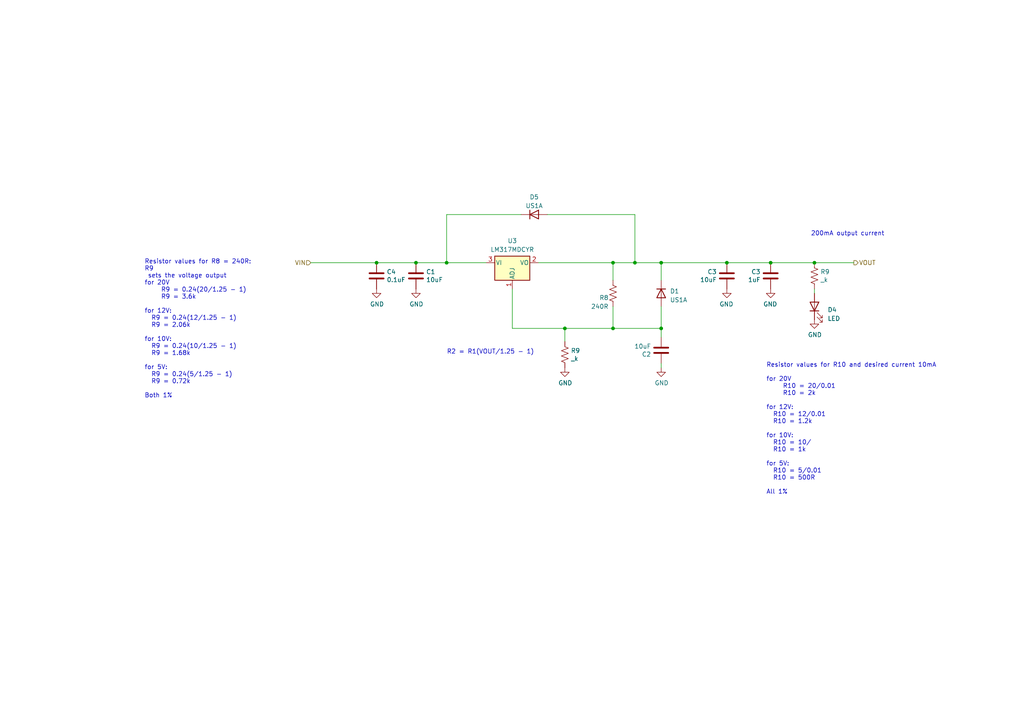
<source format=kicad_sch>
(kicad_sch (version 20230121) (generator eeschema)

  (uuid d8100ad7-b41c-4ad0-b84d-4686363b20a8)

  (paper "A4")

  (lib_symbols
    (symbol "Device:C" (pin_numbers hide) (pin_names (offset 0.254)) (in_bom yes) (on_board yes)
      (property "Reference" "C" (at 0.635 2.54 0)
        (effects (font (size 1.27 1.27)) (justify left))
      )
      (property "Value" "C" (at 0.635 -2.54 0)
        (effects (font (size 1.27 1.27)) (justify left))
      )
      (property "Footprint" "" (at 0.9652 -3.81 0)
        (effects (font (size 1.27 1.27)) hide)
      )
      (property "Datasheet" "~" (at 0 0 0)
        (effects (font (size 1.27 1.27)) hide)
      )
      (property "ki_keywords" "cap capacitor" (at 0 0 0)
        (effects (font (size 1.27 1.27)) hide)
      )
      (property "ki_description" "Unpolarized capacitor" (at 0 0 0)
        (effects (font (size 1.27 1.27)) hide)
      )
      (property "ki_fp_filters" "C_*" (at 0 0 0)
        (effects (font (size 1.27 1.27)) hide)
      )
      (symbol "C_0_1"
        (polyline
          (pts
            (xy -2.032 -0.762)
            (xy 2.032 -0.762)
          )
          (stroke (width 0.508) (type default))
          (fill (type none))
        )
        (polyline
          (pts
            (xy -2.032 0.762)
            (xy 2.032 0.762)
          )
          (stroke (width 0.508) (type default))
          (fill (type none))
        )
      )
      (symbol "C_1_1"
        (pin passive line (at 0 3.81 270) (length 2.794)
          (name "~" (effects (font (size 1.27 1.27))))
          (number "1" (effects (font (size 1.27 1.27))))
        )
        (pin passive line (at 0 -3.81 90) (length 2.794)
          (name "~" (effects (font (size 1.27 1.27))))
          (number "2" (effects (font (size 1.27 1.27))))
        )
      )
    )
    (symbol "Device:LED" (pin_numbers hide) (pin_names (offset 1.016) hide) (in_bom yes) (on_board yes)
      (property "Reference" "D" (at 0 2.54 0)
        (effects (font (size 1.27 1.27)))
      )
      (property "Value" "LED" (at 0 -2.54 0)
        (effects (font (size 1.27 1.27)))
      )
      (property "Footprint" "" (at 0 0 0)
        (effects (font (size 1.27 1.27)) hide)
      )
      (property "Datasheet" "~" (at 0 0 0)
        (effects (font (size 1.27 1.27)) hide)
      )
      (property "ki_keywords" "LED diode" (at 0 0 0)
        (effects (font (size 1.27 1.27)) hide)
      )
      (property "ki_description" "Light emitting diode" (at 0 0 0)
        (effects (font (size 1.27 1.27)) hide)
      )
      (property "ki_fp_filters" "LED* LED_SMD:* LED_THT:*" (at 0 0 0)
        (effects (font (size 1.27 1.27)) hide)
      )
      (symbol "LED_0_1"
        (polyline
          (pts
            (xy -1.27 -1.27)
            (xy -1.27 1.27)
          )
          (stroke (width 0.254) (type default))
          (fill (type none))
        )
        (polyline
          (pts
            (xy -1.27 0)
            (xy 1.27 0)
          )
          (stroke (width 0) (type default))
          (fill (type none))
        )
        (polyline
          (pts
            (xy 1.27 -1.27)
            (xy 1.27 1.27)
            (xy -1.27 0)
            (xy 1.27 -1.27)
          )
          (stroke (width 0.254) (type default))
          (fill (type none))
        )
        (polyline
          (pts
            (xy -3.048 -0.762)
            (xy -4.572 -2.286)
            (xy -3.81 -2.286)
            (xy -4.572 -2.286)
            (xy -4.572 -1.524)
          )
          (stroke (width 0) (type default))
          (fill (type none))
        )
        (polyline
          (pts
            (xy -1.778 -0.762)
            (xy -3.302 -2.286)
            (xy -2.54 -2.286)
            (xy -3.302 -2.286)
            (xy -3.302 -1.524)
          )
          (stroke (width 0) (type default))
          (fill (type none))
        )
      )
      (symbol "LED_1_1"
        (pin passive line (at -3.81 0 0) (length 2.54)
          (name "K" (effects (font (size 1.27 1.27))))
          (number "1" (effects (font (size 1.27 1.27))))
        )
        (pin passive line (at 3.81 0 180) (length 2.54)
          (name "A" (effects (font (size 1.27 1.27))))
          (number "2" (effects (font (size 1.27 1.27))))
        )
      )
    )
    (symbol "Device:R_US" (pin_numbers hide) (pin_names (offset 0)) (in_bom yes) (on_board yes)
      (property "Reference" "R" (at 2.54 0 90)
        (effects (font (size 1.27 1.27)))
      )
      (property "Value" "R_US" (at -2.54 0 90)
        (effects (font (size 1.27 1.27)))
      )
      (property "Footprint" "" (at 1.016 -0.254 90)
        (effects (font (size 1.27 1.27)) hide)
      )
      (property "Datasheet" "~" (at 0 0 0)
        (effects (font (size 1.27 1.27)) hide)
      )
      (property "ki_keywords" "R res resistor" (at 0 0 0)
        (effects (font (size 1.27 1.27)) hide)
      )
      (property "ki_description" "Resistor, US symbol" (at 0 0 0)
        (effects (font (size 1.27 1.27)) hide)
      )
      (property "ki_fp_filters" "R_*" (at 0 0 0)
        (effects (font (size 1.27 1.27)) hide)
      )
      (symbol "R_US_0_1"
        (polyline
          (pts
            (xy 0 -2.286)
            (xy 0 -2.54)
          )
          (stroke (width 0) (type default))
          (fill (type none))
        )
        (polyline
          (pts
            (xy 0 2.286)
            (xy 0 2.54)
          )
          (stroke (width 0) (type default))
          (fill (type none))
        )
        (polyline
          (pts
            (xy 0 -0.762)
            (xy 1.016 -1.143)
            (xy 0 -1.524)
            (xy -1.016 -1.905)
            (xy 0 -2.286)
          )
          (stroke (width 0) (type default))
          (fill (type none))
        )
        (polyline
          (pts
            (xy 0 0.762)
            (xy 1.016 0.381)
            (xy 0 0)
            (xy -1.016 -0.381)
            (xy 0 -0.762)
          )
          (stroke (width 0) (type default))
          (fill (type none))
        )
        (polyline
          (pts
            (xy 0 2.286)
            (xy 1.016 1.905)
            (xy 0 1.524)
            (xy -1.016 1.143)
            (xy 0 0.762)
          )
          (stroke (width 0) (type default))
          (fill (type none))
        )
      )
      (symbol "R_US_1_1"
        (pin passive line (at 0 3.81 270) (length 1.27)
          (name "~" (effects (font (size 1.27 1.27))))
          (number "1" (effects (font (size 1.27 1.27))))
        )
        (pin passive line (at 0 -3.81 90) (length 1.27)
          (name "~" (effects (font (size 1.27 1.27))))
          (number "2" (effects (font (size 1.27 1.27))))
        )
      )
    )
    (symbol "Diode:US1A" (pin_numbers hide) (pin_names hide) (in_bom yes) (on_board yes)
      (property "Reference" "D" (at 0 2.54 0)
        (effects (font (size 1.27 1.27)))
      )
      (property "Value" "US1A" (at 0 -2.54 0)
        (effects (font (size 1.27 1.27)))
      )
      (property "Footprint" "Diode_SMD:D_SMA" (at 0 -4.445 0)
        (effects (font (size 1.27 1.27)) hide)
      )
      (property "Datasheet" "https://www.diodes.com/assets/Datasheets/ds16008.pdf" (at 0 0 0)
        (effects (font (size 1.27 1.27)) hide)
      )
      (property "Sim.Device" "D" (at 0 0 0)
        (effects (font (size 1.27 1.27)) hide)
      )
      (property "Sim.Pins" "1=K 2=A" (at 0 0 0)
        (effects (font (size 1.27 1.27)) hide)
      )
      (property "ki_keywords" "Ultra Fast" (at 0 0 0)
        (effects (font (size 1.27 1.27)) hide)
      )
      (property "ki_description" "50V, 1A, General Purpose Rectifier Diode, SMA(DO-214AC)" (at 0 0 0)
        (effects (font (size 1.27 1.27)) hide)
      )
      (property "ki_fp_filters" "D*SMA*" (at 0 0 0)
        (effects (font (size 1.27 1.27)) hide)
      )
      (symbol "US1A_0_1"
        (polyline
          (pts
            (xy -1.27 1.27)
            (xy -1.27 -1.27)
          )
          (stroke (width 0.254) (type default))
          (fill (type none))
        )
        (polyline
          (pts
            (xy 1.27 0)
            (xy -1.27 0)
          )
          (stroke (width 0) (type default))
          (fill (type none))
        )
        (polyline
          (pts
            (xy 1.27 1.27)
            (xy 1.27 -1.27)
            (xy -1.27 0)
            (xy 1.27 1.27)
          )
          (stroke (width 0.254) (type default))
          (fill (type none))
        )
      )
      (symbol "US1A_1_1"
        (pin passive line (at -3.81 0 0) (length 2.54)
          (name "K" (effects (font (size 1.27 1.27))))
          (number "1" (effects (font (size 1.27 1.27))))
        )
        (pin passive line (at 3.81 0 180) (length 2.54)
          (name "A" (effects (font (size 1.27 1.27))))
          (number "2" (effects (font (size 1.27 1.27))))
        )
      )
    )
    (symbol "Regulator_Linear:LM317_SOT-223" (pin_names (offset 0.254)) (in_bom yes) (on_board yes)
      (property "Reference" "U" (at -3.81 3.175 0)
        (effects (font (size 1.27 1.27)))
      )
      (property "Value" "LM317_SOT-223" (at 0 3.175 0)
        (effects (font (size 1.27 1.27)) (justify left))
      )
      (property "Footprint" "Package_TO_SOT_SMD:SOT-223-3_TabPin2" (at 0 6.35 0)
        (effects (font (size 1.27 1.27) italic) hide)
      )
      (property "Datasheet" "http://www.ti.com/lit/ds/symlink/lm317.pdf" (at 0 0 0)
        (effects (font (size 1.27 1.27)) hide)
      )
      (property "ki_keywords" "Adjustable Voltage Regulator 1A Positive" (at 0 0 0)
        (effects (font (size 1.27 1.27)) hide)
      )
      (property "ki_description" "1.5A 35V Adjustable Linear Regulator, SOT-223" (at 0 0 0)
        (effects (font (size 1.27 1.27)) hide)
      )
      (property "ki_fp_filters" "SOT?223*TabPin2*" (at 0 0 0)
        (effects (font (size 1.27 1.27)) hide)
      )
      (symbol "LM317_SOT-223_0_1"
        (rectangle (start -5.08 1.905) (end 5.08 -5.08)
          (stroke (width 0.254) (type default))
          (fill (type background))
        )
      )
      (symbol "LM317_SOT-223_1_1"
        (pin input line (at 0 -7.62 90) (length 2.54)
          (name "ADJ" (effects (font (size 1.27 1.27))))
          (number "1" (effects (font (size 1.27 1.27))))
        )
        (pin power_out line (at 7.62 0 180) (length 2.54)
          (name "VO" (effects (font (size 1.27 1.27))))
          (number "2" (effects (font (size 1.27 1.27))))
        )
        (pin power_in line (at -7.62 0 0) (length 2.54)
          (name "VI" (effects (font (size 1.27 1.27))))
          (number "3" (effects (font (size 1.27 1.27))))
        )
      )
    )
    (symbol "power:GND" (power) (pin_names (offset 0)) (in_bom yes) (on_board yes)
      (property "Reference" "#PWR" (at 0 -6.35 0)
        (effects (font (size 1.27 1.27)) hide)
      )
      (property "Value" "GND" (at 0 -3.81 0)
        (effects (font (size 1.27 1.27)))
      )
      (property "Footprint" "" (at 0 0 0)
        (effects (font (size 1.27 1.27)) hide)
      )
      (property "Datasheet" "" (at 0 0 0)
        (effects (font (size 1.27 1.27)) hide)
      )
      (property "ki_keywords" "global power" (at 0 0 0)
        (effects (font (size 1.27 1.27)) hide)
      )
      (property "ki_description" "Power symbol creates a global label with name \"GND\" , ground" (at 0 0 0)
        (effects (font (size 1.27 1.27)) hide)
      )
      (symbol "GND_0_1"
        (polyline
          (pts
            (xy 0 0)
            (xy 0 -1.27)
            (xy 1.27 -1.27)
            (xy 0 -2.54)
            (xy -1.27 -1.27)
            (xy 0 -1.27)
          )
          (stroke (width 0) (type default))
          (fill (type none))
        )
      )
      (symbol "GND_1_1"
        (pin power_in line (at 0 0 270) (length 0) hide
          (name "GND" (effects (font (size 1.27 1.27))))
          (number "1" (effects (font (size 1.27 1.27))))
        )
      )
    )
  )

  (junction (at 210.82 76.2) (diameter 0) (color 0 0 0 0)
    (uuid 08c23dac-0073-4a52-9f79-2a309e5c11e5)
  )
  (junction (at 184.15 76.2) (diameter 0) (color 0 0 0 0)
    (uuid 13a13106-0135-46f8-b6b7-c5a93d68d320)
  )
  (junction (at 120.65 76.2) (diameter 0) (color 0 0 0 0)
    (uuid 56e225b6-517b-44a5-9cce-9d7826508190)
  )
  (junction (at 109.22 76.2) (diameter 0) (color 0 0 0 0)
    (uuid 5d81c1d0-b5a1-4bc3-81f2-8d0f08c9ae57)
  )
  (junction (at 191.77 95.25) (diameter 0) (color 0 0 0 0)
    (uuid 92e5bab6-8d4f-4f26-bb6f-10512911d2c9)
  )
  (junction (at 163.83 95.25) (diameter 0) (color 0 0 0 0)
    (uuid 959b86ff-98af-410a-92f6-e0891cf4134f)
  )
  (junction (at 177.8 76.2) (diameter 0) (color 0 0 0 0)
    (uuid d1ec7a0d-b7d5-4dd7-ac24-ae8019fa6ac5)
  )
  (junction (at 191.77 76.2) (diameter 0) (color 0 0 0 0)
    (uuid d81cd501-e898-4629-8568-022c39be8604)
  )
  (junction (at 177.8 95.25) (diameter 0) (color 0 0 0 0)
    (uuid dfbeaa90-526b-47a3-a3cd-3182e5307013)
  )
  (junction (at 129.54 76.2) (diameter 0) (color 0 0 0 0)
    (uuid e21a2bcc-306d-49b8-8161-d946cb19474d)
  )
  (junction (at 223.52 76.2) (diameter 0) (color 0 0 0 0)
    (uuid e491bf94-9306-4996-b30f-cbec008e2bc9)
  )
  (junction (at 236.22 76.2) (diameter 0) (color 0 0 0 0)
    (uuid eaa3e992-e271-4486-994b-41e70ae8b057)
  )

  (wire (pts (xy 163.83 95.25) (xy 163.83 99.06))
    (stroke (width 0) (type default))
    (uuid 0055fedd-2bed-4328-b3be-a4a8483971f7)
  )
  (wire (pts (xy 148.59 83.82) (xy 148.59 95.25))
    (stroke (width 0) (type default))
    (uuid 04cfd9b7-3596-40f1-8b1b-c0b6c5f65bf3)
  )
  (wire (pts (xy 90.17 76.2) (xy 109.22 76.2))
    (stroke (width 0) (type default))
    (uuid 0774e3ac-f41e-44db-a08e-674c71baa677)
  )
  (wire (pts (xy 236.22 76.2) (xy 247.65 76.2))
    (stroke (width 0) (type default))
    (uuid 0ec6c370-7ee6-48bf-a25d-bd8a29b23dac)
  )
  (wire (pts (xy 158.75 62.23) (xy 184.15 62.23))
    (stroke (width 0) (type default))
    (uuid 1efbf438-089c-4eda-8ff4-f2c044a9159d)
  )
  (wire (pts (xy 191.77 76.2) (xy 210.82 76.2))
    (stroke (width 0) (type default))
    (uuid 217c6c65-bfd5-4fba-a8ee-5a80a02049f9)
  )
  (wire (pts (xy 191.77 81.28) (xy 191.77 76.2))
    (stroke (width 0) (type default))
    (uuid 25be3bee-7472-4af3-8747-3f010027027e)
  )
  (wire (pts (xy 129.54 62.23) (xy 129.54 76.2))
    (stroke (width 0) (type default))
    (uuid 26367f8f-c12e-44ea-b661-5aadf4868334)
  )
  (wire (pts (xy 177.8 76.2) (xy 184.15 76.2))
    (stroke (width 0) (type default))
    (uuid 31ceb4e6-765f-4393-a2be-55b1291f2028)
  )
  (wire (pts (xy 191.77 88.9) (xy 191.77 95.25))
    (stroke (width 0) (type default))
    (uuid 43b12bf9-0989-48cc-9413-226b99ac662a)
  )
  (wire (pts (xy 210.82 76.2) (xy 223.52 76.2))
    (stroke (width 0) (type default))
    (uuid 487645c2-974f-42f7-809a-56e0946c68fb)
  )
  (wire (pts (xy 163.83 95.25) (xy 177.8 95.25))
    (stroke (width 0) (type default))
    (uuid 550bd201-5e38-4143-a6c4-97590f9c4e08)
  )
  (wire (pts (xy 129.54 76.2) (xy 120.65 76.2))
    (stroke (width 0) (type default))
    (uuid 55f35514-20a3-428a-8db3-d0c97d6899f8)
  )
  (wire (pts (xy 177.8 88.9) (xy 177.8 95.25))
    (stroke (width 0) (type default))
    (uuid 655e15a3-b5eb-4975-86ea-452f02c60695)
  )
  (wire (pts (xy 148.59 95.25) (xy 163.83 95.25))
    (stroke (width 0) (type default))
    (uuid 6b05360a-bd50-46ac-87a3-09d65fe159bf)
  )
  (wire (pts (xy 236.22 83.82) (xy 236.22 85.09))
    (stroke (width 0) (type default))
    (uuid 7055b547-a1ff-45c0-b109-96c928d62ce0)
  )
  (wire (pts (xy 177.8 95.25) (xy 191.77 95.25))
    (stroke (width 0) (type default))
    (uuid 9298104d-a398-4076-bd34-a79ed37c1267)
  )
  (wire (pts (xy 156.21 76.2) (xy 177.8 76.2))
    (stroke (width 0) (type default))
    (uuid a08e9475-3352-4df6-a26f-fbf1135be6fc)
  )
  (wire (pts (xy 184.15 76.2) (xy 191.77 76.2))
    (stroke (width 0) (type default))
    (uuid a7dea3eb-734b-4872-bfb7-8ff708ec4d9c)
  )
  (wire (pts (xy 191.77 95.25) (xy 191.77 97.79))
    (stroke (width 0) (type default))
    (uuid b02d27a9-442b-475a-a389-11a2f2f4544a)
  )
  (wire (pts (xy 140.97 76.2) (xy 129.54 76.2))
    (stroke (width 0) (type default))
    (uuid bb621bad-e446-4b63-ad66-b8c53ab9e009)
  )
  (wire (pts (xy 191.77 105.41) (xy 191.77 106.68))
    (stroke (width 0) (type default))
    (uuid bb677f67-1c0a-4ad6-ba33-5c1eaa7c78be)
  )
  (wire (pts (xy 177.8 76.2) (xy 177.8 81.28))
    (stroke (width 0) (type default))
    (uuid c1132a23-ae20-4e0d-a053-14414214f45b)
  )
  (wire (pts (xy 129.54 62.23) (xy 151.13 62.23))
    (stroke (width 0) (type default))
    (uuid dcc4b2be-f22c-43bd-a7c7-a0517b8424fb)
  )
  (wire (pts (xy 184.15 62.23) (xy 184.15 76.2))
    (stroke (width 0) (type default))
    (uuid e8294b6c-0522-4ef9-8957-6b0dee2ca5dd)
  )
  (wire (pts (xy 109.22 76.2) (xy 120.65 76.2))
    (stroke (width 0) (type default))
    (uuid f06be4a6-63f6-4d7a-beac-0dff99b8e492)
  )
  (wire (pts (xy 223.52 76.2) (xy 236.22 76.2))
    (stroke (width 0) (type default))
    (uuid f270d9c7-ecb2-48e1-a8ef-14fd25825e47)
  )

  (text "R2 = R1(VOUT/1.25 - 1)" (at 154.94 102.87 0)
    (effects (font (size 1.27 1.27)) (justify right bottom))
    (uuid 315f271f-1eb5-4f3c-9a70-fa964241f809)
  )
  (text "Resistor values for R10 and desired current 10mA\n\nfor 20V \n	R10 = 20/0.01\n	R10 = 2k\n\nfor 12V:\n  R10 = 12/0.01\n  R10 = 1.2k\n\nfor 10V:\n  R10 = 10/\n  R10 = 1k\n\nfor 5V:\n  R10 = 5/0.01\n  R10 = 500R\n\nAll 1%"
    (at 222.25 143.51 0)
    (effects (font (size 1.27 1.27)) (justify left bottom))
    (uuid 974b907c-ef87-4a76-a173-17c075543375)
  )
  (text "200mA output current" (at 256.54 68.58 0)
    (effects (font (size 1.27 1.27)) (justify right bottom))
    (uuid ad4d1c1d-e149-4640-a60d-3f1cc80aede2)
  )
  (text "Resistor values for R8 = 240R:\nR9\n sets the voltage output\nfor 20V \n	R9 = 0.24(20/1.25 - 1)\n	R9 = 3.6k\n\nfor 12V:\n  R9 = 0.24(12/1.25 - 1)\n  R9 = 2.06k\n\nfor 10V:\n  R9 = 0.24(10/1.25 - 1)\n  R9 = 1.68k\n\nfor 5V:\n  R9 = 0.24(5/1.25 - 1)\n  R9 = 0.72k\n\nBoth 1%"
    (at 41.91 115.57 0)
    (effects (font (size 1.27 1.27)) (justify left bottom))
    (uuid cedeed79-0e3a-422a-8520-d3c4c1e84fdd)
  )

  (hierarchical_label "VIN" (shape input) (at 90.17 76.2 180) (fields_autoplaced)
    (effects (font (size 1.27 1.27)) (justify right))
    (uuid 45f4f381-95c2-4aa9-8980-159491e40fed)
  )
  (hierarchical_label "VOUT" (shape output) (at 247.65 76.2 0) (fields_autoplaced)
    (effects (font (size 1.27 1.27)) (justify left))
    (uuid a1ad759d-3243-47a0-94f4-ad6562bf4475)
  )

  (symbol (lib_id "power:GND") (at 210.82 83.82 0) (mirror y) (unit 1)
    (in_bom yes) (on_board yes) (dnp no)
    (uuid 04c974e0-0d06-4306-af20-1e5f5a3188b0)
    (property "Reference" "#PWR?" (at 210.82 90.17 0)
      (effects (font (size 1.27 1.27)) hide)
    )
    (property "Value" "GND" (at 210.693 88.2142 0)
      (effects (font (size 1.27 1.27)))
    )
    (property "Footprint" "" (at 210.82 83.82 0)
      (effects (font (size 1.27 1.27)) hide)
    )
    (property "Datasheet" "" (at 210.82 83.82 0)
      (effects (font (size 1.27 1.27)) hide)
    )
    (pin "1" (uuid 27374a84-f88a-411b-99ed-0dfe678f07cc))
    (instances
      (project "power_board"
        (path "/8a849c59-59c0-42e0-a511-c33c123656fd"
          (reference "#PWR?") (unit 1)
        )
        (path "/8a849c59-59c0-42e0-a511-c33c123656fd/00000000-0000-0000-0000-00006162a42b"
          (reference "#PWR021") (unit 1)
        )
      )
      (project "ldo"
        (path "/d8100ad7-b41c-4ad0-b84d-4686363b20a8"
          (reference "#PWR0104") (unit 1)
        )
      )
    )
  )

  (symbol (lib_id "Device:C") (at 120.65 80.01 0) (unit 1)
    (in_bom yes) (on_board yes) (dnp no)
    (uuid 09d8655e-6e53-46f8-9765-af0300adbf18)
    (property "Reference" "C?" (at 123.571 78.8416 0)
      (effects (font (size 1.27 1.27)) (justify left))
    )
    (property "Value" "10uF" (at 123.571 81.153 0)
      (effects (font (size 1.27 1.27)) (justify left))
    )
    (property "Footprint" "Capacitor_SMD:C_0805_2012Metric_Pad1.18x1.45mm_HandSolder" (at 121.6152 83.82 0)
      (effects (font (size 1.27 1.27)) hide)
    )
    (property "Datasheet" "~" (at 120.65 80.01 0)
      (effects (font (size 1.27 1.27)) hide)
    )
    (pin "1" (uuid a8bd19c4-79cc-4e6a-8326-62d8f3be5934))
    (pin "2" (uuid 5053ad06-9e8b-4122-bfbe-c8448f04de11))
    (instances
      (project "power_board"
        (path "/8a849c59-59c0-42e0-a511-c33c123656fd"
          (reference "C?") (unit 1)
        )
        (path "/8a849c59-59c0-42e0-a511-c33c123656fd/00000000-0000-0000-0000-00006162a42b"
          (reference "C4") (unit 1)
        )
      )
      (project "ldo"
        (path "/d8100ad7-b41c-4ad0-b84d-4686363b20a8"
          (reference "C1") (unit 1)
        )
      )
    )
  )

  (symbol (lib_id "Device:R_US") (at 236.22 80.01 0) (unit 1)
    (in_bom yes) (on_board yes) (dnp no)
    (uuid 12c9f6d6-ec15-4f3b-a81b-7b4c4f567017)
    (property "Reference" "R?" (at 237.9472 78.8416 0)
      (effects (font (size 1.27 1.27)) (justify left))
    )
    (property "Value" "_k" (at 237.9472 81.153 0)
      (effects (font (size 1.27 1.27)) (justify left))
    )
    (property "Footprint" "Resistor_SMD:R_0805_2012Metric_Pad1.20x1.40mm_HandSolder" (at 237.236 80.264 90)
      (effects (font (size 1.27 1.27)) hide)
    )
    (property "Datasheet" "~" (at 236.22 80.01 0)
      (effects (font (size 1.27 1.27)) hide)
    )
    (pin "1" (uuid 9e99e755-32cc-4dc3-b457-49965a30de57))
    (pin "2" (uuid 16d1a9c0-5861-4503-b3f3-8eea35f33a66))
    (instances
      (project "power_board"
        (path "/8a849c59-59c0-42e0-a511-c33c123656fd"
          (reference "R?") (unit 1)
        )
        (path "/8a849c59-59c0-42e0-a511-c33c123656fd/00000000-0000-0000-0000-00006162a42b"
          (reference "R10") (unit 1)
        )
      )
      (project "ldo"
        (path "/d8100ad7-b41c-4ad0-b84d-4686363b20a8"
          (reference "R9") (unit 1)
        )
      )
    )
  )

  (symbol (lib_id "Diode:US1A") (at 154.94 62.23 0) (unit 1)
    (in_bom yes) (on_board yes) (dnp no) (fields_autoplaced)
    (uuid 159328c7-088e-4315-89a0-7d894fa7d80d)
    (property "Reference" "D5" (at 154.94 57.15 0)
      (effects (font (size 1.27 1.27)))
    )
    (property "Value" "US1A" (at 154.94 59.69 0)
      (effects (font (size 1.27 1.27)))
    )
    (property "Footprint" "Diode_SMD:D_SMA" (at 154.94 66.675 0)
      (effects (font (size 1.27 1.27)) hide)
    )
    (property "Datasheet" "https://www.diodes.com/assets/Datasheets/ds16008.pdf" (at 154.94 62.23 0)
      (effects (font (size 1.27 1.27)) hide)
    )
    (property "Sim.Device" "D" (at 154.94 62.23 0)
      (effects (font (size 1.27 1.27)) hide)
    )
    (property "Sim.Pins" "1=K 2=A" (at 154.94 62.23 0)
      (effects (font (size 1.27 1.27)) hide)
    )
    (pin "1" (uuid 3e4e08a1-434f-432f-84be-b006a115b77f))
    (pin "2" (uuid acb547c9-3565-43b4-900f-514f3202e797))
    (instances
      (project "power_board"
        (path "/8a849c59-59c0-42e0-a511-c33c123656fd/00000000-0000-0000-0000-00006162a42b"
          (reference "D5") (unit 1)
        )
      )
    )
  )

  (symbol (lib_id "Diode:US1A") (at 191.77 85.09 270) (unit 1)
    (in_bom yes) (on_board yes) (dnp no) (fields_autoplaced)
    (uuid 161124cb-2949-47f8-9014-fadafe8333c4)
    (property "Reference" "D1" (at 194.31 84.455 90)
      (effects (font (size 1.27 1.27)) (justify left))
    )
    (property "Value" "US1A" (at 194.31 86.995 90)
      (effects (font (size 1.27 1.27)) (justify left))
    )
    (property "Footprint" "Diode_SMD:D_SMA" (at 187.325 85.09 0)
      (effects (font (size 1.27 1.27)) hide)
    )
    (property "Datasheet" "https://www.diodes.com/assets/Datasheets/ds16008.pdf" (at 191.77 85.09 0)
      (effects (font (size 1.27 1.27)) hide)
    )
    (property "Sim.Device" "D" (at 191.77 85.09 0)
      (effects (font (size 1.27 1.27)) hide)
    )
    (property "Sim.Pins" "1=K 2=A" (at 191.77 85.09 0)
      (effects (font (size 1.27 1.27)) hide)
    )
    (pin "1" (uuid f3e42fa6-45e4-44c9-aca5-0094d23bf7b2))
    (pin "2" (uuid 37be645d-5c11-4b48-9a3e-417310b778b9))
    (instances
      (project "power_board"
        (path "/8a849c59-59c0-42e0-a511-c33c123656fd/00000000-0000-0000-0000-00006162a42b"
          (reference "D1") (unit 1)
        )
      )
    )
  )

  (symbol (lib_id "Regulator_Linear:LM317_SOT-223") (at 148.59 76.2 0) (unit 1)
    (in_bom yes) (on_board yes) (dnp no) (fields_autoplaced)
    (uuid 1dfed25a-da13-430e-9eae-216b0ddf51f4)
    (property "Reference" "U3" (at 148.59 69.85 0)
      (effects (font (size 1.27 1.27)))
    )
    (property "Value" "LM317MDCYR" (at 148.59 72.39 0)
      (effects (font (size 1.27 1.27)))
    )
    (property "Footprint" "Package_TO_SOT_SMD:SOT-223-3_TabPin2" (at 148.59 69.85 0)
      (effects (font (size 1.27 1.27) italic) hide)
    )
    (property "Datasheet" "http://www.ti.com/lit/ds/symlink/lm317.pdf" (at 148.59 76.2 0)
      (effects (font (size 1.27 1.27)) hide)
    )
    (pin "1" (uuid ade57338-59c6-45dc-80bc-13896e6f885d))
    (pin "2" (uuid c798f3e1-0cc8-4864-a781-f4e857d8199a))
    (pin "3" (uuid f7e9412f-04e6-43bd-82a1-4eee34c63a92))
    (instances
      (project "power_board"
        (path "/8a849c59-59c0-42e0-a511-c33c123656fd/00000000-0000-0000-0000-00006162a42b"
          (reference "U3") (unit 1)
        )
      )
    )
  )

  (symbol (lib_id "power:GND") (at 163.83 106.68 0) (unit 1)
    (in_bom yes) (on_board yes) (dnp no)
    (uuid 1ef5d50d-dd0c-47a2-8e4e-3308ae0a3dc9)
    (property "Reference" "#PWR?" (at 163.83 113.03 0)
      (effects (font (size 1.27 1.27)) hide)
    )
    (property "Value" "GND" (at 163.957 111.0742 0)
      (effects (font (size 1.27 1.27)))
    )
    (property "Footprint" "" (at 163.83 106.68 0)
      (effects (font (size 1.27 1.27)) hide)
    )
    (property "Datasheet" "" (at 163.83 106.68 0)
      (effects (font (size 1.27 1.27)) hide)
    )
    (pin "1" (uuid a48fc1af-e60e-4657-841a-1c8735543cfc))
    (instances
      (project "power_board"
        (path "/8a849c59-59c0-42e0-a511-c33c123656fd"
          (reference "#PWR?") (unit 1)
        )
        (path "/8a849c59-59c0-42e0-a511-c33c123656fd/00000000-0000-0000-0000-00006162a42b"
          (reference "#PWR020") (unit 1)
        )
      )
      (project "ldo"
        (path "/d8100ad7-b41c-4ad0-b84d-4686363b20a8"
          (reference "#PWR0101") (unit 1)
        )
      )
    )
  )

  (symbol (lib_id "Device:C") (at 191.77 101.6 180) (unit 1)
    (in_bom yes) (on_board yes) (dnp no)
    (uuid 32cb1c06-93fd-424c-be77-dbb08b45fdea)
    (property "Reference" "C?" (at 188.849 102.7684 0)
      (effects (font (size 1.27 1.27)) (justify left))
    )
    (property "Value" "10uF" (at 188.849 100.457 0)
      (effects (font (size 1.27 1.27)) (justify left))
    )
    (property "Footprint" "Capacitor_SMD:C_0805_2012Metric_Pad1.18x1.45mm_HandSolder" (at 190.8048 97.79 0)
      (effects (font (size 1.27 1.27)) hide)
    )
    (property "Datasheet" "~" (at 191.77 101.6 0)
      (effects (font (size 1.27 1.27)) hide)
    )
    (pin "1" (uuid 5773fa55-bc23-4f4e-b115-c6a72e78fdc7))
    (pin "2" (uuid 0b202e11-43c5-4594-8a95-a71045cea186))
    (instances
      (project "power_board"
        (path "/8a849c59-59c0-42e0-a511-c33c123656fd"
          (reference "C?") (unit 1)
        )
        (path "/8a849c59-59c0-42e0-a511-c33c123656fd/00000000-0000-0000-0000-00006162a42b"
          (reference "C3") (unit 1)
        )
      )
      (project "ldo"
        (path "/d8100ad7-b41c-4ad0-b84d-4686363b20a8"
          (reference "C2") (unit 1)
        )
      )
    )
  )

  (symbol (lib_id "Device:C") (at 109.22 80.01 0) (unit 1)
    (in_bom yes) (on_board yes) (dnp no)
    (uuid 5cf85d82-7440-484d-9524-997003381055)
    (property "Reference" "C?" (at 112.141 78.8416 0)
      (effects (font (size 1.27 1.27)) (justify left))
    )
    (property "Value" "0.1uF" (at 112.141 81.153 0)
      (effects (font (size 1.27 1.27)) (justify left))
    )
    (property "Footprint" "Capacitor_SMD:C_0805_2012Metric_Pad1.18x1.45mm_HandSolder" (at 110.1852 83.82 0)
      (effects (font (size 1.27 1.27)) hide)
    )
    (property "Datasheet" "~" (at 109.22 80.01 0)
      (effects (font (size 1.27 1.27)) hide)
    )
    (pin "1" (uuid b4f61163-e2b3-40c6-a499-6ed8d0ba0898))
    (pin "2" (uuid 2e9f71b5-a405-41e0-9c7d-2cf2f2c66e2a))
    (instances
      (project "power_board"
        (path "/8a849c59-59c0-42e0-a511-c33c123656fd"
          (reference "C?") (unit 1)
        )
        (path "/8a849c59-59c0-42e0-a511-c33c123656fd/00000000-0000-0000-0000-00006162a42b"
          (reference "C5") (unit 1)
        )
      )
      (project "ldo"
        (path "/d8100ad7-b41c-4ad0-b84d-4686363b20a8"
          (reference "C4") (unit 1)
        )
      )
    )
  )

  (symbol (lib_id "Device:C") (at 223.52 80.01 0) (mirror y) (unit 1)
    (in_bom yes) (on_board yes) (dnp no)
    (uuid 6d0c7dd6-f382-45d8-b472-626fa1ba64b3)
    (property "Reference" "C?" (at 220.599 78.8416 0)
      (effects (font (size 1.27 1.27)) (justify left))
    )
    (property "Value" "1uF" (at 220.599 81.153 0)
      (effects (font (size 1.27 1.27)) (justify left))
    )
    (property "Footprint" "Capacitor_SMD:C_0805_2012Metric_Pad1.18x1.45mm_HandSolder" (at 222.5548 83.82 0)
      (effects (font (size 1.27 1.27)) hide)
    )
    (property "Datasheet" "~" (at 223.52 80.01 0)
      (effects (font (size 1.27 1.27)) hide)
    )
    (pin "1" (uuid 76d26463-b2c2-4f53-86bf-5c05ad8b9f79))
    (pin "2" (uuid 823fed3d-1747-473b-b305-a743d733e470))
    (instances
      (project "power_board"
        (path "/8a849c59-59c0-42e0-a511-c33c123656fd"
          (reference "C?") (unit 1)
        )
        (path "/8a849c59-59c0-42e0-a511-c33c123656fd/00000000-0000-0000-0000-00006162a42b"
          (reference "C7") (unit 1)
        )
      )
      (project "ldo"
        (path "/d8100ad7-b41c-4ad0-b84d-4686363b20a8"
          (reference "C3") (unit 1)
        )
      )
    )
  )

  (symbol (lib_id "Device:R_US") (at 163.83 102.87 0) (unit 1)
    (in_bom yes) (on_board yes) (dnp no)
    (uuid 82641950-d5a7-47c9-8b3b-9ddf59564047)
    (property "Reference" "R?" (at 165.5572 101.7016 0)
      (effects (font (size 1.27 1.27)) (justify left))
    )
    (property "Value" "_k" (at 165.5572 104.013 0)
      (effects (font (size 1.27 1.27)) (justify left))
    )
    (property "Footprint" "Resistor_SMD:R_0805_2012Metric_Pad1.20x1.40mm_HandSolder" (at 164.846 103.124 90)
      (effects (font (size 1.27 1.27)) hide)
    )
    (property "Datasheet" "~" (at 163.83 102.87 0)
      (effects (font (size 1.27 1.27)) hide)
    )
    (pin "1" (uuid 45e4820f-0e01-4cd7-8a88-57929c3c7855))
    (pin "2" (uuid b65cf8e3-6abb-4293-a921-d688fdb967da))
    (instances
      (project "power_board"
        (path "/8a849c59-59c0-42e0-a511-c33c123656fd"
          (reference "R?") (unit 1)
        )
        (path "/8a849c59-59c0-42e0-a511-c33c123656fd/00000000-0000-0000-0000-00006162a42b"
          (reference "R9") (unit 1)
        )
      )
      (project "ldo"
        (path "/d8100ad7-b41c-4ad0-b84d-4686363b20a8"
          (reference "R9") (unit 1)
        )
      )
    )
  )

  (symbol (lib_id "power:GND") (at 109.22 83.82 0) (unit 1)
    (in_bom yes) (on_board yes) (dnp no)
    (uuid 9cf8530a-074b-4249-bc84-2a801a85968e)
    (property "Reference" "#PWR?" (at 109.22 90.17 0)
      (effects (font (size 1.27 1.27)) hide)
    )
    (property "Value" "GND" (at 109.347 88.2142 0)
      (effects (font (size 1.27 1.27)))
    )
    (property "Footprint" "" (at 109.22 83.82 0)
      (effects (font (size 1.27 1.27)) hide)
    )
    (property "Datasheet" "" (at 109.22 83.82 0)
      (effects (font (size 1.27 1.27)) hide)
    )
    (pin "1" (uuid f86c0d12-483d-45a6-8a04-4fc1512d0154))
    (instances
      (project "power_board"
        (path "/8a849c59-59c0-42e0-a511-c33c123656fd"
          (reference "#PWR?") (unit 1)
        )
        (path "/8a849c59-59c0-42e0-a511-c33c123656fd/00000000-0000-0000-0000-00006162a42b"
          (reference "#PWR0101") (unit 1)
        )
      )
      (project "ldo"
        (path "/d8100ad7-b41c-4ad0-b84d-4686363b20a8"
          (reference "#PWR01") (unit 1)
        )
      )
    )
  )

  (symbol (lib_id "Device:C") (at 210.82 80.01 0) (mirror y) (unit 1)
    (in_bom yes) (on_board yes) (dnp no)
    (uuid c42de99f-44d3-4c11-803b-da9bb7210a56)
    (property "Reference" "C?" (at 207.899 78.8416 0)
      (effects (font (size 1.27 1.27)) (justify left))
    )
    (property "Value" "10uF" (at 207.899 81.153 0)
      (effects (font (size 1.27 1.27)) (justify left))
    )
    (property "Footprint" "Capacitor_SMD:C_0805_2012Metric_Pad1.18x1.45mm_HandSolder" (at 209.8548 83.82 0)
      (effects (font (size 1.27 1.27)) hide)
    )
    (property "Datasheet" "~" (at 210.82 80.01 0)
      (effects (font (size 1.27 1.27)) hide)
    )
    (pin "1" (uuid b06db475-08de-4cfd-a80a-d5bb0d986687))
    (pin "2" (uuid 0a3c90f3-3e73-4b20-83e7-f6331ec9e5e7))
    (instances
      (project "power_board"
        (path "/8a849c59-59c0-42e0-a511-c33c123656fd"
          (reference "C?") (unit 1)
        )
        (path "/8a849c59-59c0-42e0-a511-c33c123656fd/00000000-0000-0000-0000-00006162a42b"
          (reference "C6") (unit 1)
        )
      )
      (project "ldo"
        (path "/d8100ad7-b41c-4ad0-b84d-4686363b20a8"
          (reference "C3") (unit 1)
        )
      )
    )
  )

  (symbol (lib_id "power:GND") (at 191.77 106.68 0) (unit 1)
    (in_bom yes) (on_board yes) (dnp no)
    (uuid c8bf6df0-d0cf-46e2-be18-c8835ef13f4c)
    (property "Reference" "#PWR?" (at 191.77 113.03 0)
      (effects (font (size 1.27 1.27)) hide)
    )
    (property "Value" "GND" (at 191.897 111.0742 0)
      (effects (font (size 1.27 1.27)))
    )
    (property "Footprint" "" (at 191.77 106.68 0)
      (effects (font (size 1.27 1.27)) hide)
    )
    (property "Datasheet" "" (at 191.77 106.68 0)
      (effects (font (size 1.27 1.27)) hide)
    )
    (pin "1" (uuid 624b8a6a-215a-4176-8cd8-6b14a8023623))
    (instances
      (project "power_board"
        (path "/8a849c59-59c0-42e0-a511-c33c123656fd"
          (reference "#PWR?") (unit 1)
        )
        (path "/8a849c59-59c0-42e0-a511-c33c123656fd/00000000-0000-0000-0000-00006162a42b"
          (reference "#PWR017") (unit 1)
        )
      )
      (project "ldo"
        (path "/d8100ad7-b41c-4ad0-b84d-4686363b20a8"
          (reference "#PWR0103") (unit 1)
        )
      )
    )
  )

  (symbol (lib_id "power:GND") (at 236.22 92.71 0) (unit 1)
    (in_bom yes) (on_board yes) (dnp no)
    (uuid ccbf1a09-3346-48fd-a36a-bea6a555b83e)
    (property "Reference" "#PWR?" (at 236.22 99.06 0)
      (effects (font (size 1.27 1.27)) hide)
    )
    (property "Value" "GND" (at 236.347 97.1042 0)
      (effects (font (size 1.27 1.27)))
    )
    (property "Footprint" "" (at 236.22 92.71 0)
      (effects (font (size 1.27 1.27)) hide)
    )
    (property "Datasheet" "" (at 236.22 92.71 0)
      (effects (font (size 1.27 1.27)) hide)
    )
    (pin "1" (uuid 57c88aa6-4682-484d-bf5b-dbcdbeff0316))
    (instances
      (project "power_board"
        (path "/8a849c59-59c0-42e0-a511-c33c123656fd"
          (reference "#PWR?") (unit 1)
        )
        (path "/8a849c59-59c0-42e0-a511-c33c123656fd/00000000-0000-0000-0000-00006162a42b"
          (reference "#PWR022") (unit 1)
        )
      )
      (project "ldo"
        (path "/d8100ad7-b41c-4ad0-b84d-4686363b20a8"
          (reference "#PWR0102") (unit 1)
        )
      )
    )
  )

  (symbol (lib_id "Device:R_US") (at 177.8 85.09 180) (unit 1)
    (in_bom yes) (on_board yes) (dnp no)
    (uuid d71c34ec-82a6-4d94-88be-f1b88c872053)
    (property "Reference" "R?" (at 176.53 86.36 0)
      (effects (font (size 1.27 1.27)) (justify left))
    )
    (property "Value" "240R" (at 176.53 88.9 0)
      (effects (font (size 1.27 1.27)) (justify left))
    )
    (property "Footprint" "Resistor_SMD:R_0805_2012Metric_Pad1.20x1.40mm_HandSolder" (at 176.784 84.836 90)
      (effects (font (size 1.27 1.27)) hide)
    )
    (property "Datasheet" "~" (at 177.8 85.09 0)
      (effects (font (size 1.27 1.27)) hide)
    )
    (pin "1" (uuid 6cc53ceb-437c-4bb9-81a1-e8033e2cd50f))
    (pin "2" (uuid 54340c2d-4999-4c8e-9f73-d0608dc7c37c))
    (instances
      (project "power_board"
        (path "/8a849c59-59c0-42e0-a511-c33c123656fd"
          (reference "R?") (unit 1)
        )
        (path "/8a849c59-59c0-42e0-a511-c33c123656fd/00000000-0000-0000-0000-00006162a42b"
          (reference "R8") (unit 1)
        )
      )
      (project "ldo"
        (path "/d8100ad7-b41c-4ad0-b84d-4686363b20a8"
          (reference "R8") (unit 1)
        )
      )
    )
  )

  (symbol (lib_id "Device:LED") (at 236.22 88.9 90) (unit 1)
    (in_bom yes) (on_board yes) (dnp no) (fields_autoplaced)
    (uuid d93b4103-4265-4d05-bf67-ee2fd663ae84)
    (property "Reference" "D4" (at 240.03 89.8525 90)
      (effects (font (size 1.27 1.27)) (justify right))
    )
    (property "Value" "LED" (at 240.03 92.3925 90)
      (effects (font (size 1.27 1.27)) (justify right))
    )
    (property "Footprint" "Diode_SMD:D_1206_3216Metric_Pad1.42x1.75mm_HandSolder" (at 236.22 88.9 0)
      (effects (font (size 1.27 1.27)) hide)
    )
    (property "Datasheet" "~" (at 236.22 88.9 0)
      (effects (font (size 1.27 1.27)) hide)
    )
    (pin "1" (uuid 0086bb1b-bc01-4146-b6a4-0406974139d2))
    (pin "2" (uuid cbc1ee37-b006-4e38-b1a1-032ab6e74e3f))
    (instances
      (project "power_board"
        (path "/8a849c59-59c0-42e0-a511-c33c123656fd/00000000-0000-0000-0000-00006162a42b"
          (reference "D4") (unit 1)
        )
      )
    )
  )

  (symbol (lib_id "power:GND") (at 120.65 83.82 0) (unit 1)
    (in_bom yes) (on_board yes) (dnp no)
    (uuid f232502e-a5ea-4d32-a240-b444152cc37c)
    (property "Reference" "#PWR?" (at 120.65 90.17 0)
      (effects (font (size 1.27 1.27)) hide)
    )
    (property "Value" "GND" (at 120.777 88.2142 0)
      (effects (font (size 1.27 1.27)))
    )
    (property "Footprint" "" (at 120.65 83.82 0)
      (effects (font (size 1.27 1.27)) hide)
    )
    (property "Datasheet" "" (at 120.65 83.82 0)
      (effects (font (size 1.27 1.27)) hide)
    )
    (pin "1" (uuid 9d0833d1-77d3-468d-9acb-5475acc69466))
    (instances
      (project "power_board"
        (path "/8a849c59-59c0-42e0-a511-c33c123656fd"
          (reference "#PWR?") (unit 1)
        )
        (path "/8a849c59-59c0-42e0-a511-c33c123656fd/00000000-0000-0000-0000-00006162a42b"
          (reference "#PWR018") (unit 1)
        )
      )
      (project "ldo"
        (path "/d8100ad7-b41c-4ad0-b84d-4686363b20a8"
          (reference "#PWR0102") (unit 1)
        )
      )
    )
  )

  (symbol (lib_id "power:GND") (at 223.52 83.82 0) (mirror y) (unit 1)
    (in_bom yes) (on_board yes) (dnp no)
    (uuid f23cd2e5-989d-4d4a-99fd-1d913d1aeb65)
    (property "Reference" "#PWR?" (at 223.52 90.17 0)
      (effects (font (size 1.27 1.27)) hide)
    )
    (property "Value" "GND" (at 223.393 88.2142 0)
      (effects (font (size 1.27 1.27)))
    )
    (property "Footprint" "" (at 223.52 83.82 0)
      (effects (font (size 1.27 1.27)) hide)
    )
    (property "Datasheet" "" (at 223.52 83.82 0)
      (effects (font (size 1.27 1.27)) hide)
    )
    (pin "1" (uuid 45c2591d-6a02-494a-a610-e08966c52616))
    (instances
      (project "power_board"
        (path "/8a849c59-59c0-42e0-a511-c33c123656fd"
          (reference "#PWR?") (unit 1)
        )
        (path "/8a849c59-59c0-42e0-a511-c33c123656fd/00000000-0000-0000-0000-00006162a42b"
          (reference "#PWR019") (unit 1)
        )
      )
      (project "ldo"
        (path "/d8100ad7-b41c-4ad0-b84d-4686363b20a8"
          (reference "#PWR0104") (unit 1)
        )
      )
    )
  )

  (sheet_instances
    (path "/" (page "1"))
  )
)

</source>
